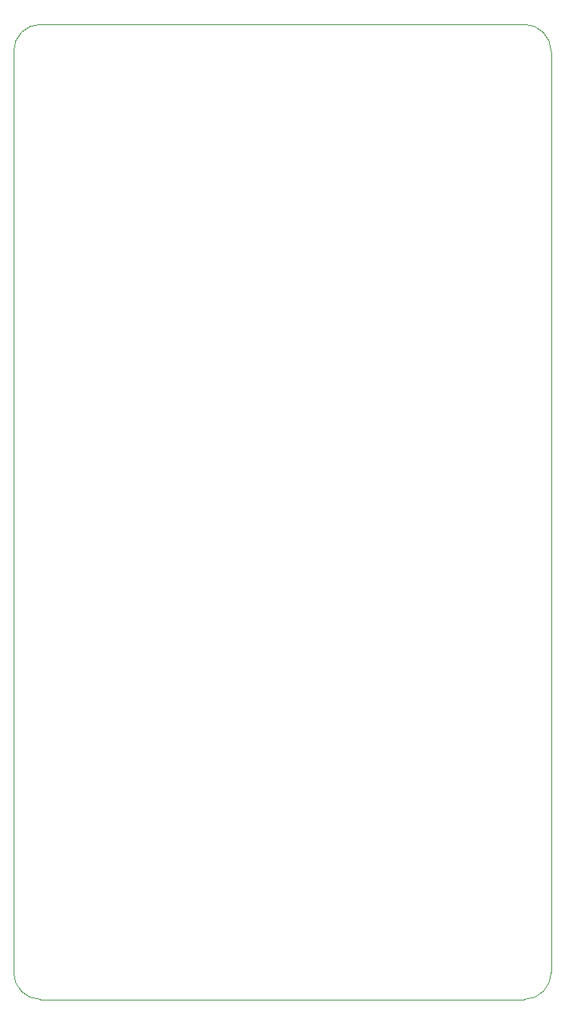
<source format=gm1>
G04 #@! TF.GenerationSoftware,KiCad,Pcbnew,8.0.4*
G04 #@! TF.CreationDate,2025-01-23T14:05:32+11:00*
G04 #@! TF.ProjectId,Rotating_Cube_Shelf_2,526f7461-7469-46e6-975f-437562655f53,rev?*
G04 #@! TF.SameCoordinates,Original*
G04 #@! TF.FileFunction,Profile,NP*
%FSLAX46Y46*%
G04 Gerber Fmt 4.6, Leading zero omitted, Abs format (unit mm)*
G04 Created by KiCad (PCBNEW 8.0.4) date 2025-01-23 14:05:32*
%MOMM*%
%LPD*%
G01*
G04 APERTURE LIST*
G04 #@! TA.AperFunction,Profile*
%ADD10C,0.050000*%
G04 #@! TD*
G04 APERTURE END LIST*
D10*
X-30000000Y47000000D02*
G75*
G02*
X-27000000Y50000000I3000001J-1D01*
G01*
X27000000Y50000000D02*
G75*
G02*
X30000000Y47000000I0J-3000000D01*
G01*
X-27000000Y50000000D02*
X27000000Y50000000D01*
X-27000000Y-58750000D02*
G75*
G02*
X-30000000Y-55750000I2J3000002D01*
G01*
X27000000Y-58750000D02*
X-27000000Y-58750000D01*
X30000000Y47000000D02*
X30000000Y-55750000D01*
X30000000Y-55750000D02*
G75*
G02*
X27000000Y-58750000I-3000000J0D01*
G01*
X-30000000Y-55750000D02*
X-30000000Y47000000D01*
M02*

</source>
